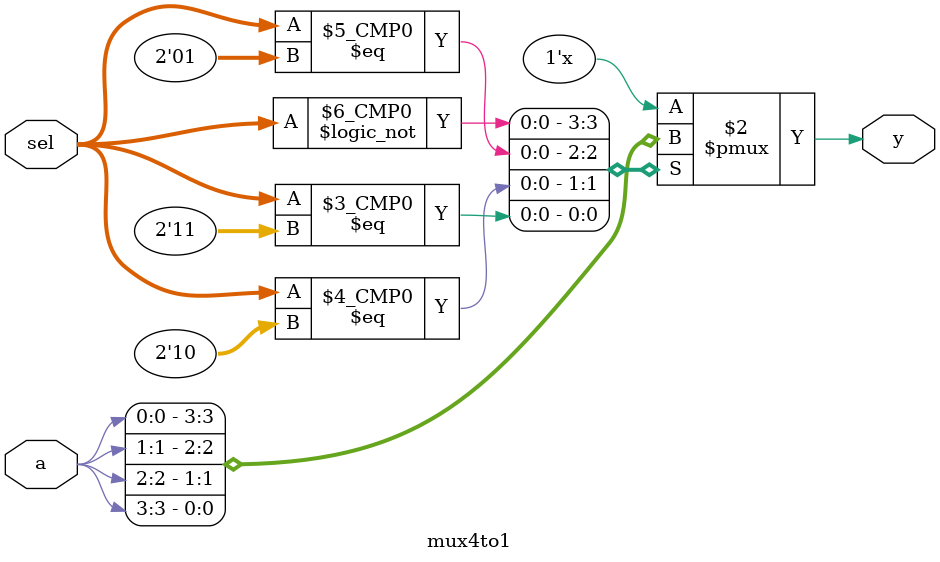
<source format=v>
module mux4to1(a,sel,y);
  input [3:0]a;
  input [1:0]sel;
  output reg y;
  always@(*)
    begin
      case(sel)
        2'b00 :y=a[0];
        2'b01 :y=a[1];
        2'b10 :y=a[2];
        2'b11 :y=a[3];
        default:y=2'bx;
      endcase
    end
endmodule
  
</source>
